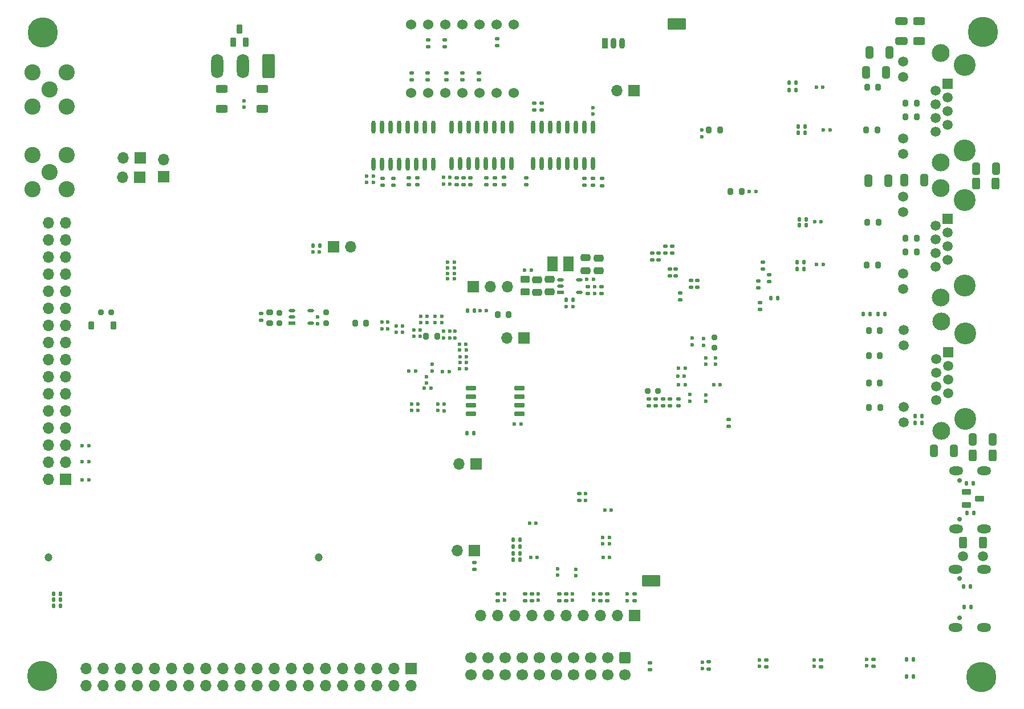
<source format=gbr>
G04 #@! TF.GenerationSoftware,KiCad,Pcbnew,7.0.9*
G04 #@! TF.CreationDate,2025-03-13T10:23:02+08:00*
G04 #@! TF.ProjectId,HPM5E00EVKRevC,48504d35-4530-4304-9556-4b526576432e,rev?*
G04 #@! TF.SameCoordinates,Original*
G04 #@! TF.FileFunction,Soldermask,Bot*
G04 #@! TF.FilePolarity,Negative*
%FSLAX46Y46*%
G04 Gerber Fmt 4.6, Leading zero omitted, Abs format (unit mm)*
G04 Created by KiCad (PCBNEW 7.0.9) date 2025-03-13 10:23:02*
%MOMM*%
%LPD*%
G01*
G04 APERTURE LIST*
G04 Aperture macros list*
%AMRoundRect*
0 Rectangle with rounded corners*
0 $1 Rounding radius*
0 $2 $3 $4 $5 $6 $7 $8 $9 X,Y pos of 4 corners*
0 Add a 4 corners polygon primitive as box body*
4,1,4,$2,$3,$4,$5,$6,$7,$8,$9,$2,$3,0*
0 Add four circle primitives for the rounded corners*
1,1,$1+$1,$2,$3*
1,1,$1+$1,$4,$5*
1,1,$1+$1,$6,$7*
1,1,$1+$1,$8,$9*
0 Add four rect primitives between the rounded corners*
20,1,$1+$1,$2,$3,$4,$5,0*
20,1,$1+$1,$4,$5,$6,$7,0*
20,1,$1+$1,$6,$7,$8,$9,0*
20,1,$1+$1,$8,$9,$2,$3,0*%
G04 Aperture macros list end*
%ADD10C,1.200000*%
%ADD11R,1.700000X1.700000*%
%ADD12O,1.700000X1.700000*%
%ADD13C,2.401600*%
%ADD14C,4.500000*%
%ADD15C,0.700000*%
%ADD16O,2.101600X1.301600*%
%ADD17C,3.250000*%
%ADD18C,2.642000*%
%ADD19R,1.499000X1.499000*%
%ADD20C,1.499000*%
%ADD21C,1.524000*%
%ADD22RoundRect,0.250000X-0.600000X0.600000X-0.600000X-0.600000X0.600000X-0.600000X0.600000X0.600000X0*%
%ADD23C,1.700000*%
%ADD24RoundRect,0.050800X-1.300500X-0.800100X1.300500X-0.800100X1.300500X0.800100X-1.300500X0.800100X0*%
%ADD25RoundRect,0.250000X0.650000X1.550000X-0.650000X1.550000X-0.650000X-1.550000X0.650000X-1.550000X0*%
%ADD26O,1.800000X3.600000*%
%ADD27R,0.900000X1.600000*%
%ADD28O,0.900000X1.600000*%
%ADD29RoundRect,0.135000X-0.135000X-0.185000X0.135000X-0.185000X0.135000X0.185000X-0.135000X0.185000X0*%
%ADD30RoundRect,0.200000X-0.200000X-0.275000X0.200000X-0.275000X0.200000X0.275000X-0.200000X0.275000X0*%
%ADD31C,0.600000*%
%ADD32O,0.602000X1.971000*%
%ADD33RoundRect,0.250000X-0.312500X-0.625000X0.312500X-0.625000X0.312500X0.625000X-0.312500X0.625000X0*%
%ADD34RoundRect,0.135000X-0.185000X0.135000X-0.185000X-0.135000X0.185000X-0.135000X0.185000X0.135000X0*%
%ADD35RoundRect,0.200000X0.275000X-0.200000X0.275000X0.200000X-0.275000X0.200000X-0.275000X-0.200000X0*%
%ADD36RoundRect,0.135000X0.135000X0.185000X-0.135000X0.185000X-0.135000X-0.185000X0.135000X-0.185000X0*%
%ADD37RoundRect,0.135000X0.185000X-0.135000X0.185000X0.135000X-0.185000X0.135000X-0.185000X-0.135000X0*%
%ADD38RoundRect,0.050800X0.625000X0.350000X-0.625000X0.350000X-0.625000X-0.350000X0.625000X-0.350000X0*%
%ADD39RoundRect,0.250000X0.325000X0.650000X-0.325000X0.650000X-0.325000X-0.650000X0.325000X-0.650000X0*%
%ADD40RoundRect,0.250000X0.625000X-0.312500X0.625000X0.312500X-0.625000X0.312500X-0.625000X-0.312500X0*%
%ADD41RoundRect,0.250000X-0.475000X0.250000X-0.475000X-0.250000X0.475000X-0.250000X0.475000X0.250000X0*%
%ADD42RoundRect,0.250000X0.312500X0.625000X-0.312500X0.625000X-0.312500X-0.625000X0.312500X-0.625000X0*%
%ADD43C,0.950000*%
%ADD44RoundRect,0.250000X-0.325000X-0.650000X0.325000X-0.650000X0.325000X0.650000X-0.325000X0.650000X0*%
%ADD45RoundRect,0.250000X-0.625000X0.312500X-0.625000X-0.312500X0.625000X-0.312500X0.625000X0.312500X0*%
%ADD46R,1.635000X2.160000*%
%ADD47RoundRect,0.200000X0.200000X0.275000X-0.200000X0.275000X-0.200000X-0.275000X0.200000X-0.275000X0*%
%ADD48R,1.016000X0.508000*%
%ADD49O,1.016000X0.508000*%
%ADD50RoundRect,0.250000X0.450000X-0.262500X0.450000X0.262500X-0.450000X0.262500X-0.450000X-0.262500X0*%
%ADD51RoundRect,0.250000X-0.650000X0.325000X-0.650000X-0.325000X0.650000X-0.325000X0.650000X0.325000X0*%
%ADD52C,1.500000*%
%ADD53RoundRect,0.250000X0.475000X-0.250000X0.475000X0.250000X-0.475000X0.250000X-0.475000X-0.250000X0*%
%ADD54RoundRect,0.225000X0.225000X0.375000X-0.225000X0.375000X-0.225000X-0.375000X0.225000X-0.375000X0*%
%ADD55RoundRect,0.150000X-0.650000X-0.150000X0.650000X-0.150000X0.650000X0.150000X-0.650000X0.150000X0*%
%ADD56RoundRect,0.050800X-0.350000X0.625000X-0.350000X-0.625000X0.350000X-0.625000X0.350000X0.625000X0*%
G04 APERTURE END LIST*
D10*
X118733000Y-131792600D03*
X78583000Y-131792600D03*
D11*
X149150000Y-99190000D03*
D12*
X146610000Y-99190000D03*
D13*
X76190000Y-77150000D03*
X76190000Y-72070000D03*
X81270000Y-72070000D03*
X81270000Y-77150000D03*
X78730000Y-74610000D03*
D14*
X217038200Y-149567000D03*
D15*
X213854550Y-126140700D03*
X213854550Y-120360700D03*
D16*
X213324550Y-127571000D03*
X213324650Y-118930800D03*
X217504550Y-127570900D03*
X217504650Y-118930700D03*
D14*
X77744600Y-53859800D03*
D17*
X214653000Y-91405600D03*
X214653000Y-78705600D03*
D18*
X211093000Y-93185600D03*
X211093000Y-76925600D03*
D19*
X212113000Y-81499600D03*
D20*
X210333000Y-82515600D03*
X212113000Y-83531600D03*
X210333000Y-84547600D03*
X212113000Y-85563600D03*
X210333000Y-86579600D03*
X212113000Y-87595600D03*
X210333000Y-88611600D03*
X205515000Y-89624600D03*
X205515000Y-91916600D03*
X205515000Y-78194600D03*
X205515000Y-80486600D03*
D14*
X77592200Y-149440000D03*
D11*
X92140000Y-75340000D03*
D12*
X89600000Y-75340000D03*
D11*
X92165000Y-72440000D03*
D12*
X89625000Y-72440000D03*
D21*
X132450000Y-62840000D03*
X134990000Y-62840000D03*
X137530000Y-62840000D03*
X140070000Y-62840000D03*
X142610000Y-62840000D03*
X145150000Y-62840000D03*
X147690000Y-62840000D03*
X147690000Y-52680000D03*
X145150000Y-52680000D03*
X142610000Y-52680000D03*
X140070000Y-52680000D03*
X137530000Y-52680000D03*
X134990000Y-52680000D03*
X132450000Y-52680000D03*
D22*
X164190000Y-146690000D03*
D23*
X164190000Y-149230000D03*
X161650000Y-146690000D03*
X161650000Y-149230000D03*
X159110000Y-146690000D03*
X159110000Y-149230000D03*
X156570000Y-146690000D03*
X156570000Y-149230000D03*
X154030000Y-146690000D03*
X154030000Y-149230000D03*
X151490000Y-146690000D03*
X151490000Y-149230000D03*
X148950000Y-146690000D03*
X148950000Y-149230000D03*
X146410000Y-146690000D03*
X146410000Y-149230000D03*
X143870000Y-146690000D03*
X143870000Y-149230000D03*
X141330000Y-146690000D03*
X141330000Y-149230000D03*
D11*
X165575200Y-140454400D03*
D12*
X163035200Y-140454400D03*
X160495200Y-140454400D03*
X157955200Y-140454400D03*
X155415200Y-140454400D03*
X152875200Y-140454400D03*
X150335200Y-140454400D03*
X147795200Y-140454400D03*
X145255200Y-140454400D03*
X142715200Y-140454400D03*
D11*
X141660000Y-91570000D03*
D12*
X144200000Y-91570000D03*
X146740000Y-91570000D03*
D15*
X213834100Y-140758599D03*
X213834100Y-134978599D03*
D16*
X213304100Y-142188899D03*
X213304200Y-133548699D03*
X217484100Y-142188799D03*
X217484200Y-133548599D03*
D17*
X214675528Y-111235423D03*
X214675528Y-98535423D03*
D18*
X211115528Y-113015423D03*
X211115528Y-96755423D03*
D19*
X212135528Y-101329423D03*
D20*
X210355528Y-102345423D03*
X212135528Y-103361423D03*
X210355528Y-104377423D03*
X212135528Y-105393423D03*
X210355528Y-106409423D03*
X212135528Y-107425423D03*
X210355528Y-108441423D03*
X205537528Y-98024423D03*
X205537528Y-100316423D03*
X205537528Y-109454423D03*
X205537528Y-111746423D03*
D11*
X142030000Y-117890000D03*
D12*
X139490000Y-117890000D03*
D14*
X217317600Y-53758200D03*
D11*
X132423200Y-148341600D03*
D12*
X132423200Y-150881600D03*
X129883200Y-148341600D03*
X129883200Y-150881600D03*
X127343200Y-148341600D03*
X127343200Y-150881600D03*
X124803200Y-148341600D03*
X124803200Y-150881600D03*
X122263200Y-148341600D03*
X122263200Y-150881600D03*
X119723200Y-148341600D03*
X119723200Y-150881600D03*
X117183200Y-148341600D03*
X117183200Y-150881600D03*
X114643200Y-148341600D03*
X114643200Y-150881600D03*
X112103200Y-148341600D03*
X112103200Y-150881600D03*
X109563200Y-148341600D03*
X109563200Y-150881600D03*
X107023200Y-148341600D03*
X107023200Y-150881600D03*
X104483200Y-148341600D03*
X104483200Y-150881600D03*
X101943200Y-148341600D03*
X101943200Y-150881600D03*
X99403200Y-148341600D03*
X99403200Y-150881600D03*
X96863200Y-148341600D03*
X96863200Y-150881600D03*
X94323200Y-148341600D03*
X94323200Y-150881600D03*
X91783200Y-148341600D03*
X91783200Y-150881600D03*
X89243200Y-148341600D03*
X89243200Y-150881600D03*
X86703200Y-148341600D03*
X86703200Y-150881600D03*
X84163200Y-148341600D03*
X84163200Y-150881600D03*
D11*
X120930000Y-85685000D03*
D12*
X123470000Y-85685000D03*
D24*
X168059675Y-135239025D03*
D17*
X214653000Y-71321820D03*
X214653000Y-58621820D03*
D18*
X211093000Y-73101820D03*
X211093000Y-56841820D03*
D19*
X212113000Y-61415820D03*
D20*
X210333000Y-62431820D03*
X212113000Y-63447820D03*
X210333000Y-64463820D03*
X212113000Y-65479820D03*
X210333000Y-66495820D03*
X212113000Y-67511820D03*
X210333000Y-68527820D03*
X205515000Y-69540820D03*
X205515000Y-71832820D03*
X205515000Y-58110820D03*
X205515000Y-60402820D03*
D11*
X165515000Y-62480000D03*
D12*
X162975000Y-62480000D03*
D11*
X81142200Y-120223400D03*
D12*
X78602200Y-120223400D03*
X81142200Y-117683400D03*
X78602200Y-117683400D03*
X81142200Y-115143400D03*
X78602200Y-115143400D03*
X81142200Y-112603400D03*
X78602200Y-112603400D03*
X81142200Y-110063400D03*
X78602200Y-110063400D03*
X81142200Y-107523400D03*
X78602200Y-107523400D03*
X81142200Y-104983400D03*
X78602200Y-104983400D03*
X81142200Y-102443400D03*
X78602200Y-102443400D03*
X81142200Y-99903400D03*
X78602200Y-99903400D03*
X81142200Y-97363400D03*
X78602200Y-97363400D03*
X81142200Y-94823400D03*
X78602200Y-94823400D03*
X81142200Y-92283400D03*
X78602200Y-92283400D03*
X81142200Y-89743400D03*
X78602200Y-89743400D03*
X81142200Y-87203400D03*
X78602200Y-87203400D03*
X81142200Y-84663400D03*
X78602200Y-84663400D03*
X81142200Y-82123400D03*
X78602200Y-82123400D03*
D25*
X111223100Y-58830800D03*
D26*
X107413100Y-58830800D03*
X103603100Y-58830800D03*
D11*
X141785000Y-130780000D03*
D12*
X139245000Y-130780000D03*
D24*
X171859675Y-52549025D03*
D11*
X95645000Y-75255000D03*
D12*
X95645000Y-72715000D03*
D27*
X161160000Y-55470000D03*
D28*
X162430000Y-55470000D03*
X163700000Y-55470000D03*
D13*
X76190000Y-64800000D03*
X76190000Y-59720000D03*
X81270000Y-59720000D03*
X81270000Y-64800000D03*
X78730000Y-62260000D03*
D29*
X188510000Y-61310000D03*
X189530000Y-61310000D03*
D30*
X205839200Y-86405580D03*
X207489200Y-86405580D03*
D31*
X164542200Y-137243400D03*
X164542200Y-138203400D03*
X159542200Y-137223400D03*
X159542200Y-138183400D03*
D32*
X126835000Y-67914000D03*
X128105000Y-67914000D03*
X129375000Y-67914000D03*
X130645000Y-67914000D03*
X131915000Y-67914000D03*
X133185000Y-67914000D03*
X134455000Y-67914000D03*
X135725000Y-67914000D03*
X135725000Y-73386000D03*
X134455000Y-73386000D03*
X133185000Y-73386000D03*
X131915000Y-73386000D03*
X130645000Y-73386000D03*
X129375000Y-73386000D03*
X128105000Y-73386000D03*
X126835000Y-73386000D03*
D33*
X215812500Y-116690000D03*
X218737500Y-116690000D03*
D34*
X144860000Y-75390000D03*
X144860000Y-76410000D03*
D31*
X160880000Y-129760000D03*
X161840000Y-129760000D03*
X135340000Y-106640000D03*
X134380000Y-106640000D03*
X159400000Y-65950000D03*
X159400000Y-64990000D03*
D35*
X111410000Y-97024998D03*
X111410000Y-95374998D03*
D36*
X80330000Y-138990000D03*
X79310000Y-138990000D03*
D37*
X145255200Y-138237400D03*
X145255200Y-137217400D03*
D34*
X142520000Y-59860000D03*
X142520000Y-60880000D03*
D37*
X151770000Y-65310000D03*
X151770000Y-64290000D03*
D34*
X134910000Y-54950000D03*
X134910000Y-55970000D03*
D31*
X137860000Y-87980000D03*
X138820000Y-87980000D03*
D34*
X160740000Y-75540000D03*
X160740000Y-76560000D03*
D31*
X107600000Y-64950000D03*
X107600000Y-63990000D03*
D34*
X154404200Y-137217400D03*
X154404200Y-138237400D03*
D38*
X214858550Y-124002400D03*
X214858550Y-122102400D03*
X216858550Y-123052400D03*
D37*
X170170000Y-86620000D03*
X170170000Y-85600000D03*
D31*
X136960000Y-96890000D03*
X136000000Y-96890000D03*
X146280000Y-137210000D03*
X146280000Y-138170000D03*
X176170000Y-102150000D03*
X176170000Y-103110000D03*
D34*
X172120000Y-108300000D03*
X172120000Y-109320000D03*
X139210000Y-75410000D03*
X139210000Y-76430000D03*
D31*
X137100000Y-104240000D03*
X138060000Y-104240000D03*
D30*
X200413928Y-109548600D03*
X202063928Y-109548600D03*
D34*
X157370000Y-122320000D03*
X157370000Y-123340000D03*
D39*
X218750000Y-114240000D03*
X215800000Y-114240000D03*
D30*
X176645000Y-68320000D03*
X178295000Y-68320000D03*
D29*
X190030000Y-81560000D03*
X191050000Y-81560000D03*
D39*
X219275000Y-74060000D03*
X216325000Y-74060000D03*
D40*
X104300000Y-65172500D03*
X104300000Y-62247500D03*
D34*
X172410000Y-92480000D03*
X172410000Y-93500000D03*
D37*
X141780000Y-133590000D03*
X141780000Y-132570000D03*
D36*
X202734728Y-95671600D03*
X201714728Y-95671600D03*
D41*
X152990000Y-90470000D03*
X152990000Y-92370000D03*
D31*
X132860000Y-98950000D03*
X132860000Y-97990000D03*
D37*
X150730000Y-65330000D03*
X150730000Y-64310000D03*
D31*
X130190000Y-98370000D03*
X130190000Y-97410000D03*
X125850000Y-75170000D03*
X125850000Y-76130000D03*
D29*
X189870000Y-68710000D03*
X190890000Y-68710000D03*
D32*
X138442500Y-67854750D03*
X139712500Y-67854750D03*
X140982500Y-67854750D03*
X142252500Y-67854750D03*
X143522500Y-67854750D03*
X144792500Y-67854750D03*
X146062500Y-67854750D03*
X147332500Y-67854750D03*
X147332500Y-73326750D03*
X146062500Y-73326750D03*
X144792500Y-73326750D03*
X143522500Y-73326750D03*
X142252500Y-73326750D03*
X140982500Y-73326750D03*
X139712500Y-73326750D03*
X138442500Y-73326750D03*
D36*
X80330000Y-138105000D03*
X79310000Y-138105000D03*
D31*
X136000000Y-95980000D03*
X136960000Y-95980000D03*
D30*
X200399728Y-105871600D03*
X202049728Y-105871600D03*
D31*
X137860000Y-89600000D03*
X138820000Y-89600000D03*
D37*
X160495200Y-138237400D03*
X160495200Y-137217400D03*
D31*
X134720000Y-104930000D03*
X134720000Y-105890000D03*
D37*
X171720000Y-90010000D03*
X171720000Y-88990000D03*
D34*
X158110000Y-75530000D03*
X158110000Y-76550000D03*
D31*
X139690000Y-101960000D03*
X140650000Y-101960000D03*
D34*
X143580000Y-75390000D03*
X143580000Y-76410000D03*
D42*
X219222500Y-76270000D03*
X216297500Y-76270000D03*
D34*
X137630000Y-59860000D03*
X137630000Y-60880000D03*
X159450000Y-75520000D03*
X159450000Y-76540000D03*
D37*
X158700000Y-92623100D03*
X158700000Y-91603100D03*
D36*
X148590000Y-131181157D03*
X147570000Y-131181157D03*
D34*
X149324200Y-137217400D03*
X149324200Y-138237400D03*
X169840000Y-108290000D03*
X169840000Y-109310000D03*
D29*
X189870000Y-67810000D03*
X190890000Y-67810000D03*
D34*
X110180000Y-95590296D03*
X110180000Y-96610296D03*
D31*
X184134000Y-147050000D03*
X184134000Y-148010000D03*
X160890000Y-128815600D03*
X161850000Y-128815600D03*
D36*
X200534728Y-95671600D03*
X199514728Y-95671600D03*
D31*
X151312200Y-137233400D03*
X151312200Y-138193400D03*
D43*
X169105000Y-107060000D03*
X167555000Y-107060000D03*
D34*
X140190000Y-75410000D03*
X140190000Y-76430000D03*
X139990000Y-59860000D03*
X139990000Y-60880000D03*
D44*
X200305000Y-75800000D03*
X203255000Y-75800000D03*
D31*
X118780000Y-86410000D03*
X117820000Y-86410000D03*
D36*
X215970000Y-125240000D03*
X214950000Y-125240000D03*
D34*
X168716000Y-108280000D03*
X168716000Y-109300000D03*
D29*
X205964200Y-149540400D03*
X206984200Y-149540400D03*
D34*
X161516200Y-137217400D03*
X161516200Y-138237400D03*
D37*
X176650000Y-148360000D03*
X176650000Y-147340000D03*
D31*
X139670000Y-102880000D03*
X140630000Y-102880000D03*
D43*
X177420000Y-100685000D03*
X177420000Y-99135000D03*
X87885000Y-95390000D03*
X86335000Y-95390000D03*
X112873000Y-97004998D03*
X112873000Y-95454998D03*
D34*
X174890000Y-90630000D03*
X174890000Y-91650000D03*
D31*
X182650000Y-77480000D03*
X183610000Y-77480000D03*
X134800000Y-95990000D03*
X133840000Y-95990000D03*
X193320000Y-81950000D03*
X192360000Y-81950000D03*
X158310000Y-123300000D03*
X158310000Y-122340000D03*
D37*
X141190000Y-76410000D03*
X141190000Y-75390000D03*
D31*
X193550000Y-61990000D03*
X192590000Y-61990000D03*
D37*
X170820000Y-90010000D03*
X170820000Y-88990000D03*
D31*
X137860000Y-88790000D03*
X138820000Y-88790000D03*
X142630000Y-95170000D03*
X143590000Y-95170000D03*
D34*
X137400000Y-54950000D03*
X137400000Y-55970000D03*
D37*
X171150000Y-86620000D03*
X171150000Y-85600000D03*
D31*
X156402200Y-137227400D03*
X156402200Y-138187400D03*
D30*
X199990000Y-68300000D03*
X201640000Y-68300000D03*
D31*
X178326528Y-106111423D03*
X177366528Y-106111423D03*
X154130000Y-133510000D03*
X154130000Y-134470000D03*
D29*
X117810000Y-85460000D03*
X118830000Y-85460000D03*
D31*
X161190000Y-124800000D03*
X162150000Y-124800000D03*
D29*
X188510000Y-62380000D03*
X189530000Y-62380000D03*
D31*
X150990000Y-126750000D03*
X150030000Y-126750000D03*
D34*
X160650000Y-91600000D03*
X160650000Y-92620000D03*
D30*
X200399728Y-98071600D03*
X202049728Y-98071600D03*
X200399728Y-101871600D03*
X202049728Y-101871600D03*
D31*
X133420000Y-109010000D03*
X133420000Y-109970000D03*
X137310000Y-109050000D03*
X137310000Y-110010000D03*
X172018528Y-104886423D03*
X172978528Y-104886423D03*
D30*
X205839200Y-64289800D03*
X207489200Y-64289800D03*
D31*
X156880000Y-133575600D03*
X156880000Y-134535600D03*
X159680000Y-91620000D03*
X159680000Y-92580000D03*
X137280000Y-99170000D03*
X137280000Y-98210000D03*
D45*
X207810000Y-52157500D03*
X207810000Y-55082500D03*
D31*
X155480000Y-94560000D03*
X156440000Y-94560000D03*
D34*
X167700000Y-108280000D03*
X167700000Y-109300000D03*
D37*
X169180000Y-87650000D03*
X169180000Y-86630000D03*
D31*
X139640000Y-103760000D03*
X140600000Y-103760000D03*
X200100000Y-146970000D03*
X200100000Y-147930000D03*
D34*
X173950000Y-90630000D03*
X173950000Y-91650000D03*
D31*
X118563000Y-97059998D03*
X118563000Y-96099998D03*
D37*
X201116000Y-147960000D03*
X201116000Y-146940000D03*
D34*
X133330000Y-75430000D03*
X133330000Y-76450000D03*
D37*
X184640000Y-88990000D03*
X184640000Y-87970000D03*
X170870000Y-109290000D03*
X170870000Y-108270000D03*
D34*
X134900000Y-59860000D03*
X134900000Y-60880000D03*
D46*
X155776900Y-88203100D03*
X153440900Y-88203100D03*
D37*
X184240000Y-95000000D03*
X184240000Y-93980000D03*
D29*
X207258728Y-110767800D03*
X208278728Y-110767800D03*
D37*
X185550000Y-90800000D03*
X185550000Y-89780000D03*
D31*
X133740000Y-98950000D03*
X133740000Y-97990000D03*
X132460000Y-109970000D03*
X132460000Y-109010000D03*
D41*
X151140000Y-90540000D03*
X151140000Y-92440000D03*
D34*
X132060000Y-75430000D03*
X132060000Y-76450000D03*
D30*
X205839200Y-84373580D03*
X207489200Y-84373580D03*
D31*
X175816528Y-100266423D03*
X175816528Y-99306423D03*
D37*
X165575200Y-138237400D03*
X165575200Y-137217400D03*
X185150000Y-148060000D03*
X185150000Y-147040000D03*
D36*
X141840000Y-95170000D03*
X140820000Y-95170000D03*
X208276728Y-111783800D03*
X207256728Y-111783800D03*
D33*
X214405000Y-129580000D03*
X217330000Y-129580000D03*
D31*
X160940000Y-131805600D03*
X161900000Y-131805600D03*
D47*
X125765000Y-96990000D03*
X124115000Y-96990000D03*
D37*
X179610000Y-112340000D03*
X179610000Y-111320000D03*
D47*
X146895000Y-95700000D03*
X145245000Y-95700000D03*
D36*
X156488900Y-93573100D03*
X155468900Y-93573100D03*
D29*
X140680000Y-113360000D03*
X141700000Y-113360000D03*
D31*
X138150000Y-99170000D03*
X138150000Y-98210000D03*
D29*
X214428100Y-136150299D03*
X215448100Y-136150299D03*
D39*
X213040000Y-115950000D03*
X210090000Y-115950000D03*
D34*
X145210000Y-54745000D03*
X145210000Y-55765000D03*
D31*
X192640000Y-88310000D03*
X193600000Y-88310000D03*
D48*
X114693000Y-97009998D03*
D49*
X114693000Y-96059988D03*
X114693000Y-95110002D03*
X117487000Y-95110002D03*
X117487000Y-97009998D03*
D50*
X149340000Y-92352500D03*
X149340000Y-90527500D03*
D44*
X200010000Y-59740000D03*
X202960000Y-59740000D03*
D36*
X148590000Y-132140000D03*
X147570000Y-132140000D03*
D31*
X83590000Y-117610000D03*
X84550000Y-117610000D03*
D34*
X132520000Y-59860000D03*
X132520000Y-60880000D03*
D29*
X214528100Y-139150299D03*
X215548100Y-139150299D03*
D45*
X110330000Y-62227500D03*
X110330000Y-65152500D03*
D31*
X140600000Y-100990000D03*
X139640000Y-100990000D03*
X128980000Y-97830000D03*
X128980000Y-96870000D03*
D43*
X119763000Y-96979998D03*
X119763000Y-95429998D03*
D31*
X128080000Y-97830000D03*
X128080000Y-96870000D03*
D34*
X146180000Y-75370000D03*
X146180000Y-76390000D03*
D31*
X126830000Y-75160000D03*
X126830000Y-76120000D03*
X173778528Y-108566423D03*
X173778528Y-107606423D03*
X194610000Y-68310000D03*
X193650000Y-68310000D03*
X138970000Y-99170000D03*
X138970000Y-98210000D03*
D51*
X205240000Y-52125000D03*
X205240000Y-55075000D03*
D36*
X80330000Y-137220000D03*
X79310000Y-137220000D03*
D52*
X214395000Y-131660000D03*
X217345000Y-131660000D03*
D47*
X181515000Y-77430000D03*
X179865000Y-77430000D03*
D31*
X149290000Y-89140000D03*
X150250000Y-89140000D03*
D30*
X200085000Y-88390000D03*
X201735000Y-88390000D03*
D37*
X155415200Y-138237400D03*
X155415200Y-137217400D03*
D29*
X189750000Y-87970000D03*
X190770000Y-87970000D03*
D31*
X158528900Y-90523100D03*
X159488900Y-90523100D03*
X172148528Y-106136423D03*
X173108528Y-106136423D03*
X138140000Y-75360000D03*
X138140000Y-76320000D03*
X175650000Y-147370000D03*
X175650000Y-148330000D03*
D53*
X158330000Y-89200000D03*
X158330000Y-87300000D03*
D31*
X136430000Y-110000000D03*
X136430000Y-109040000D03*
X192250000Y-147020000D03*
X192250000Y-147980000D03*
X175550000Y-68330000D03*
X175550000Y-69290000D03*
X172148528Y-103736423D03*
X173108528Y-103736423D03*
D32*
X159425000Y-73336000D03*
X158155000Y-73336000D03*
X156885000Y-73336000D03*
X155615000Y-73336000D03*
X154345000Y-73336000D03*
X153075000Y-73336000D03*
X151805000Y-73336000D03*
X150535000Y-73336000D03*
X150535000Y-67864000D03*
X151805000Y-67864000D03*
X153075000Y-67864000D03*
X154345000Y-67864000D03*
X155615000Y-67864000D03*
X156885000Y-67864000D03*
X158155000Y-67864000D03*
X159425000Y-67864000D03*
D37*
X167917000Y-148475600D03*
X167917000Y-147455600D03*
D31*
X174178528Y-100205800D03*
X174178528Y-99245800D03*
D36*
X148590000Y-130165157D03*
X147570000Y-130165157D03*
D29*
X190030000Y-82450000D03*
X191050000Y-82450000D03*
D31*
X135570000Y-104090000D03*
X135570000Y-103130000D03*
X148720000Y-111990000D03*
X147760000Y-111990000D03*
D29*
X189750000Y-88940000D03*
X190770000Y-88940000D03*
D48*
X154590000Y-92442799D03*
D49*
X154590000Y-91492789D03*
X154590000Y-90542803D03*
X157384000Y-90542803D03*
X157384000Y-92442799D03*
D34*
X129820000Y-75470000D03*
X129820000Y-76490000D03*
D31*
X137230000Y-75370000D03*
X137230000Y-76330000D03*
D37*
X149520000Y-76430000D03*
X149520000Y-75410000D03*
D54*
X88230000Y-97340000D03*
X84930000Y-97340000D03*
D31*
X83590000Y-115180000D03*
X84550000Y-115180000D03*
D55*
X141320000Y-110495000D03*
X141320000Y-109225000D03*
X141320000Y-107955000D03*
X141320000Y-106685000D03*
X148520000Y-106685000D03*
X148520000Y-107955000D03*
X148520000Y-109225000D03*
X148520000Y-110495000D03*
D31*
X151160000Y-131825600D03*
X150200000Y-131825600D03*
D44*
X205675000Y-75780000D03*
X208625000Y-75780000D03*
D29*
X205964200Y-147000400D03*
X206984200Y-147000400D03*
D53*
X160240000Y-89230000D03*
X160240000Y-87330000D03*
D31*
X177630000Y-102140000D03*
X177630000Y-103100000D03*
D30*
X134655000Y-98960000D03*
X136305000Y-98960000D03*
D31*
X176178528Y-108616423D03*
X176178528Y-107656423D03*
D30*
X205839200Y-66321800D03*
X207489200Y-66321800D03*
D36*
X148590000Y-129200000D03*
X147570000Y-129200000D03*
D37*
X150335200Y-138237400D03*
X150335200Y-137217400D03*
D31*
X139610000Y-100170000D03*
X140570000Y-100170000D03*
X131130000Y-98370000D03*
X131130000Y-97410000D03*
D36*
X186870000Y-93270000D03*
X185850000Y-93270000D03*
D30*
X200165000Y-82040000D03*
X201815000Y-82040000D03*
D36*
X215920000Y-120820000D03*
X214900000Y-120820000D03*
D56*
X107860000Y-55280000D03*
X105960000Y-55280000D03*
X106910000Y-53280000D03*
D37*
X193266000Y-148030000D03*
X193266000Y-147010000D03*
X168230000Y-87650000D03*
X168230000Y-86630000D03*
X128220000Y-76510000D03*
X128220000Y-75490000D03*
D31*
X133070000Y-104100000D03*
X132110000Y-104100000D03*
X137860000Y-90410000D03*
X138820000Y-90410000D03*
D37*
X184000000Y-91780000D03*
X184000000Y-90760000D03*
D31*
X83590000Y-120250000D03*
X84550000Y-120250000D03*
D30*
X200130000Y-61930000D03*
X201780000Y-61930000D03*
D39*
X203428000Y-56822200D03*
X200478000Y-56822200D03*
D31*
X134790000Y-96910000D03*
X133830000Y-96910000D03*
M02*

</source>
